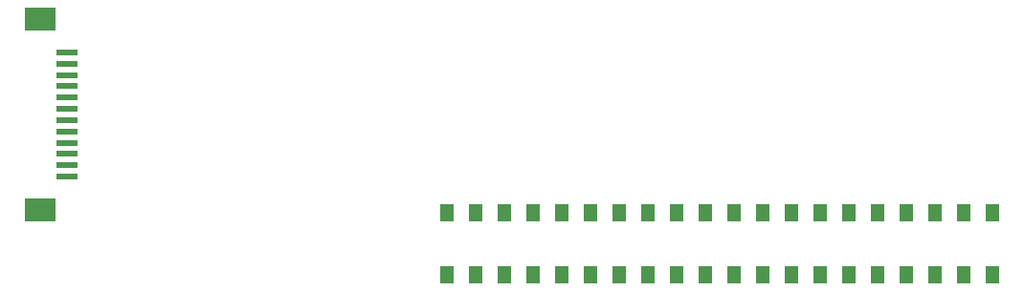
<source format=gbp>
G04*
G04 #@! TF.GenerationSoftware,Altium Limited,CircuitStudio,1.5.2 (30)*
G04*
G04 Layer_Color=16770453*
%FSLAX44Y44*%
%MOMM*%
G71*
G01*
G75*
%ADD86R,1.9000X0.6000*%
%ADD87R,2.8000X2.1000*%
%ADD88R,1.2700X1.6000*%
D86*
X279887Y661636D02*
D03*
Y671636D02*
D03*
Y681636D02*
D03*
Y691636D02*
D03*
Y701636D02*
D03*
Y711636D02*
D03*
Y721636D02*
D03*
Y731636D02*
D03*
Y741636D02*
D03*
Y751636D02*
D03*
Y761636D02*
D03*
Y771636D02*
D03*
D87*
X256387Y631636D02*
D03*
Y801636D02*
D03*
D88*
X1099037Y629336D02*
D03*
Y574136D02*
D03*
X1073637Y629336D02*
D03*
Y574136D02*
D03*
X1048237Y629336D02*
D03*
Y574136D02*
D03*
X1022837Y629336D02*
D03*
Y574136D02*
D03*
X997437Y629336D02*
D03*
Y574136D02*
D03*
X972037Y629336D02*
D03*
Y574136D02*
D03*
X946637Y629336D02*
D03*
Y574136D02*
D03*
X921237Y629336D02*
D03*
Y574136D02*
D03*
X895837Y629336D02*
D03*
Y574136D02*
D03*
X870437Y629336D02*
D03*
Y574136D02*
D03*
X845037Y629336D02*
D03*
Y574136D02*
D03*
X819637Y629336D02*
D03*
Y574136D02*
D03*
X794237Y629336D02*
D03*
Y574136D02*
D03*
X768837Y629336D02*
D03*
Y574136D02*
D03*
X743437Y629336D02*
D03*
Y574136D02*
D03*
X718037Y629336D02*
D03*
Y574136D02*
D03*
X692637Y629336D02*
D03*
Y574136D02*
D03*
X667237Y629336D02*
D03*
Y574136D02*
D03*
X641837Y629336D02*
D03*
Y574136D02*
D03*
X616437Y629336D02*
D03*
Y574136D02*
D03*
M02*

</source>
